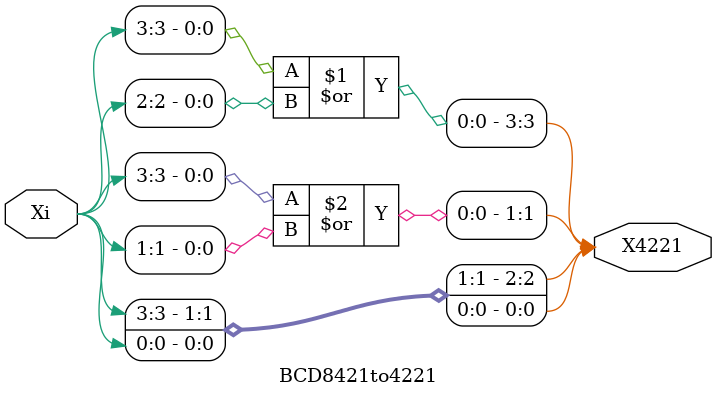
<source format=v>
`timescale 1ns / 1ps

module BCD8421to4221(
    input [3:0] Xi,
    output [3:0] X4221
    );

assign X4221[3] = Xi[3] | Xi[2];
assign X4221[2] = Xi[3];
assign X4221[1] = Xi[3] | Xi[1];
assign X4221[0] = Xi[0];

endmodule



</source>
